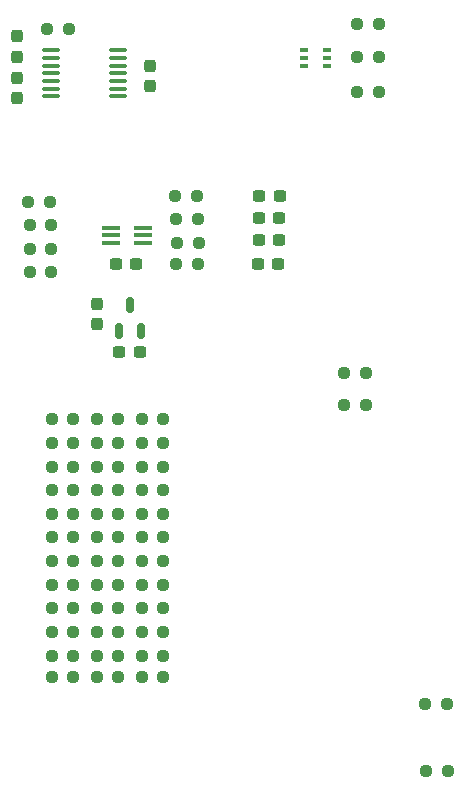
<source format=gtp>
G04 #@! TF.GenerationSoftware,KiCad,Pcbnew,8.0.4+dfsg-1*
G04 #@! TF.CreationDate,2025-03-15T13:20:51+01:00*
G04 #@! TF.ProjectId,olimex-ice40-scart-header,6f6c696d-6578-42d6-9963-6534302d7363,rev?*
G04 #@! TF.SameCoordinates,Original*
G04 #@! TF.FileFunction,Paste,Top*
G04 #@! TF.FilePolarity,Positive*
%FSLAX46Y46*%
G04 Gerber Fmt 4.6, Leading zero omitted, Abs format (unit mm)*
G04 Created by KiCad (PCBNEW 8.0.4+dfsg-1) date 2025-03-15 13:20:51*
%MOMM*%
%LPD*%
G01*
G04 APERTURE LIST*
G04 Aperture macros list*
%AMRoundRect*
0 Rectangle with rounded corners*
0 $1 Rounding radius*
0 $2 $3 $4 $5 $6 $7 $8 $9 X,Y pos of 4 corners*
0 Add a 4 corners polygon primitive as box body*
4,1,4,$2,$3,$4,$5,$6,$7,$8,$9,$2,$3,0*
0 Add four circle primitives for the rounded corners*
1,1,$1+$1,$2,$3*
1,1,$1+$1,$4,$5*
1,1,$1+$1,$6,$7*
1,1,$1+$1,$8,$9*
0 Add four rect primitives between the rounded corners*
20,1,$1+$1,$2,$3,$4,$5,0*
20,1,$1+$1,$4,$5,$6,$7,0*
20,1,$1+$1,$6,$7,$8,$9,0*
20,1,$1+$1,$8,$9,$2,$3,0*%
G04 Aperture macros list end*
%ADD10RoundRect,0.237500X0.250000X0.237500X-0.250000X0.237500X-0.250000X-0.237500X0.250000X-0.237500X0*%
%ADD11RoundRect,0.237500X0.300000X0.237500X-0.300000X0.237500X-0.300000X-0.237500X0.300000X-0.237500X0*%
%ADD12RoundRect,0.237500X-0.250000X-0.237500X0.250000X-0.237500X0.250000X0.237500X-0.250000X0.237500X0*%
%ADD13RoundRect,0.237500X0.237500X-0.300000X0.237500X0.300000X-0.237500X0.300000X-0.237500X-0.300000X0*%
%ADD14RoundRect,0.237500X-0.300000X-0.237500X0.300000X-0.237500X0.300000X0.237500X-0.300000X0.237500X0*%
%ADD15RoundRect,0.100000X-0.650000X-0.100000X0.650000X-0.100000X0.650000X0.100000X-0.650000X0.100000X0*%
%ADD16RoundRect,0.237500X-0.237500X0.300000X-0.237500X-0.300000X0.237500X-0.300000X0.237500X0.300000X0*%
%ADD17RoundRect,0.100000X-0.225000X-0.100000X0.225000X-0.100000X0.225000X0.100000X-0.225000X0.100000X0*%
%ADD18RoundRect,0.150000X0.150000X-0.512500X0.150000X0.512500X-0.150000X0.512500X-0.150000X-0.512500X0*%
%ADD19RoundRect,0.100000X-0.637500X-0.100000X0.637500X-0.100000X0.637500X0.100000X-0.637500X0.100000X0*%
G04 APERTURE END LIST*
D10*
X151440000Y-86690000D03*
X149615000Y-86690000D03*
X147630000Y-92690000D03*
X145805000Y-92690000D03*
D11*
X152975000Y-63500000D03*
X151250000Y-63500000D03*
D10*
X151440000Y-78690000D03*
X149615000Y-78690000D03*
D12*
X177500000Y-106500000D03*
X179325000Y-106500000D03*
X143837500Y-58250000D03*
X145662500Y-58250000D03*
D10*
X155250000Y-90690000D03*
X153425000Y-90690000D03*
X151440000Y-76690000D03*
X149615000Y-76690000D03*
D13*
X142837500Y-46000000D03*
X142837500Y-44275000D03*
D10*
X155250000Y-88690000D03*
X153425000Y-88690000D03*
X155250000Y-98500000D03*
X153425000Y-98500000D03*
D14*
X163275000Y-63500000D03*
X165000000Y-63500000D03*
D15*
X150840000Y-60450000D03*
X150840000Y-61100000D03*
X150840000Y-61750000D03*
X153500000Y-61750000D03*
X153500000Y-61100000D03*
X153500000Y-60450000D03*
D10*
X147630000Y-82690000D03*
X145805000Y-82690000D03*
X151440000Y-92690000D03*
X149615000Y-92690000D03*
X173500000Y-46000000D03*
X171675000Y-46000000D03*
X147630000Y-84690000D03*
X145805000Y-84690000D03*
D12*
X143925000Y-60250000D03*
X145750000Y-60250000D03*
D10*
X147630000Y-98500000D03*
X145805000Y-98500000D03*
D12*
X156337500Y-63500000D03*
X158162500Y-63500000D03*
D10*
X147630000Y-78690000D03*
X145805000Y-78690000D03*
D12*
X145425000Y-43637500D03*
X147250000Y-43637500D03*
D10*
X173500000Y-43250000D03*
X171675000Y-43250000D03*
X155250000Y-80690000D03*
X153425000Y-80690000D03*
D14*
X163325000Y-59655000D03*
X165050000Y-59655000D03*
D10*
X173500000Y-49000000D03*
X171675000Y-49000000D03*
X151440000Y-98500000D03*
X149615000Y-98500000D03*
X151440000Y-84690000D03*
X149615000Y-84690000D03*
D14*
X163387500Y-57750000D03*
X165112500Y-57750000D03*
D10*
X155250000Y-92690000D03*
X153425000Y-92690000D03*
X155250000Y-96690000D03*
X153425000Y-96690000D03*
X155250000Y-94690000D03*
X153425000Y-94690000D03*
X151440000Y-82690000D03*
X149615000Y-82690000D03*
X155250000Y-76690000D03*
X153425000Y-76690000D03*
D11*
X153250000Y-71000000D03*
X151525000Y-71000000D03*
D10*
X147630000Y-76690000D03*
X145805000Y-76690000D03*
D12*
X156337500Y-59750000D03*
X158162500Y-59750000D03*
X170587500Y-75500000D03*
X172412500Y-75500000D03*
X170587500Y-72750000D03*
X172412500Y-72750000D03*
D10*
X155250000Y-82690000D03*
X153425000Y-82690000D03*
D12*
X143925000Y-64250000D03*
X145750000Y-64250000D03*
D16*
X154087500Y-46775000D03*
X154087500Y-48500000D03*
D10*
X151440000Y-88690000D03*
X149615000Y-88690000D03*
X179250000Y-100750000D03*
X177425000Y-100750000D03*
X155250000Y-84690000D03*
X153425000Y-84690000D03*
X147630000Y-88690000D03*
X145805000Y-88690000D03*
D17*
X167187500Y-45450000D03*
X167187500Y-46100000D03*
X167187500Y-46750000D03*
X169087500Y-46750000D03*
X169087500Y-46100000D03*
X169087500Y-45450000D03*
D12*
X143925000Y-62250000D03*
X145750000Y-62250000D03*
D10*
X147630000Y-96690000D03*
X145805000Y-96690000D03*
D18*
X151487500Y-69250000D03*
X153387500Y-69250000D03*
X152437500Y-66975000D03*
D10*
X155250000Y-86690000D03*
X153425000Y-86690000D03*
X155250000Y-78690000D03*
X153425000Y-78690000D03*
X147630000Y-86690000D03*
X145805000Y-86690000D03*
D12*
X156425000Y-61750000D03*
X158250000Y-61750000D03*
D14*
X163325000Y-61500000D03*
X165050000Y-61500000D03*
D10*
X151440000Y-94690000D03*
X149615000Y-94690000D03*
X147630000Y-94690000D03*
X145805000Y-94690000D03*
D19*
X145725000Y-45437500D03*
X145725000Y-46087500D03*
X145725000Y-46737500D03*
X145725000Y-47387500D03*
X145725000Y-48037500D03*
X145725000Y-48687500D03*
X145725000Y-49337500D03*
X151450000Y-49337500D03*
X151450000Y-48687500D03*
X151450000Y-48037500D03*
X151450000Y-47387500D03*
X151450000Y-46737500D03*
X151450000Y-46087500D03*
X151450000Y-45437500D03*
D10*
X147630000Y-90690000D03*
X145805000Y-90690000D03*
D12*
X156250000Y-57750000D03*
X158075000Y-57750000D03*
D10*
X151440000Y-96690000D03*
X149615000Y-96690000D03*
D16*
X149637500Y-66887500D03*
X149637500Y-68612500D03*
D10*
X151440000Y-90690000D03*
X149615000Y-90690000D03*
X151440000Y-80690000D03*
X149615000Y-80690000D03*
X147630000Y-80690000D03*
X145805000Y-80690000D03*
D13*
X142837500Y-49500000D03*
X142837500Y-47775000D03*
M02*

</source>
